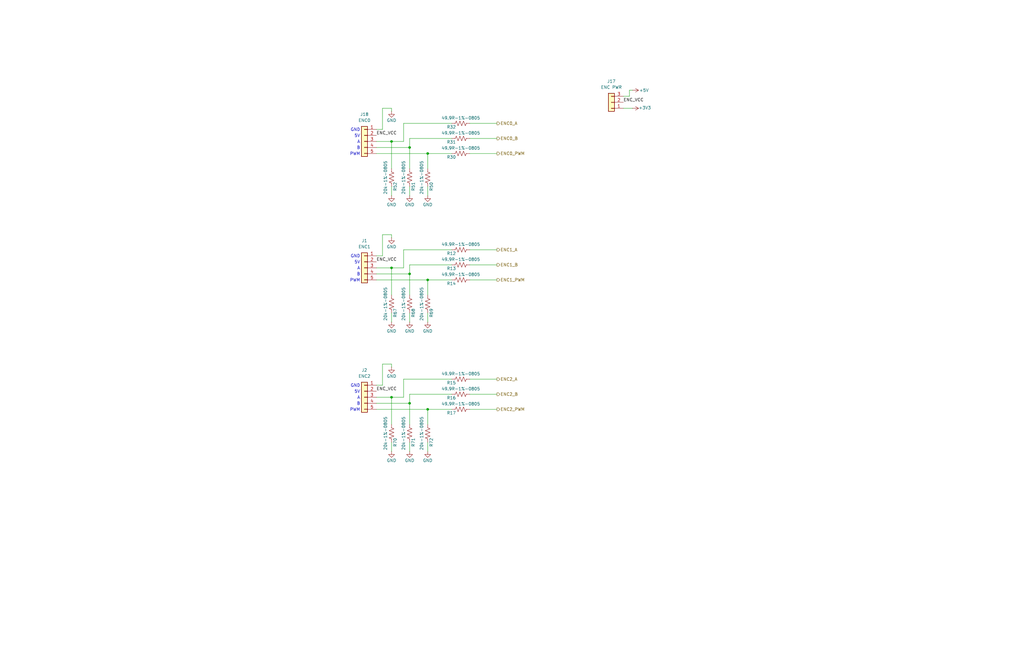
<source format=kicad_sch>
(kicad_sch (version 20250114) (generator "eeschema") (generator_version "9.0")
  (paper "B")
  (title_block (title "Pico Button Board") (date "2025-12-25") (rev "1"))
  (lib_symbols
    (symbol "Connector_Generic:Conn_01x03" (pin_names (offset 1.016) (hide yes))
      (property "Reference" "J" (at 0 5.08 0))
      (property "Value" "Conn_01x03" (at 0 -5.08 0))
      (symbol "Conn_01x03_1_1"
        (rectangle (start -1.27 3.81) (end 1.27 -3.81) (stroke (width 0.254)) (fill (type background)))
        (rectangle (start -1.27 2.667) (end 0 2.413) (stroke (width 0.1524)))
        (rectangle (start -1.27 0.127) (end 0 -0.127) (stroke (width 0.1524)))
        (rectangle (start -1.27 -2.413) (end 0 -2.667) (stroke (width 0.1524)))
        (pin passive line (at -5.08 2.54 0) (length 3.81) (name "Pin_1") (number "1"))
        (pin passive line (at -5.08 0 0) (length 3.81) (name "Pin_2") (number "2"))
        (pin passive line (at -5.08 -2.54 0) (length 3.81) (name "Pin_3") (number "3"))
      )
    )
    (symbol "Connector_Generic:Conn_01x05" (pin_names (offset 1.016) (hide yes))
      (property "Reference" "J" (at 0 7.62 0))
      (property "Value" "Conn_01x05" (at 0 -7.62 0))
      (symbol "Conn_01x05_1_1"
        (rectangle (start -1.27 6.35) (end 1.27 -6.35) (stroke (width 0.254)) (fill (type background)))
        (rectangle (start -1.27 5.207) (end 0 4.953) (stroke (width 0.1524)))
        (rectangle (start -1.27 2.667) (end 0 2.413) (stroke (width 0.1524)))
        (rectangle (start -1.27 0.127) (end 0 -0.127) (stroke (width 0.1524)))
        (rectangle (start -1.27 -2.413) (end 0 -2.667) (stroke (width 0.1524)))
        (rectangle (start -1.27 -4.953) (end 0 -5.207) (stroke (width 0.1524)))
        (pin passive line (at -5.08 5.08 0) (length 3.81) (name "Pin_1") (number "1"))
        (pin passive line (at -5.08 2.54 0) (length 3.81) (name "Pin_2") (number "2"))
        (pin passive line (at -5.08 0 0) (length 3.81) (name "Pin_3") (number "3"))
        (pin passive line (at -5.08 -2.54 0) (length 3.81) (name "Pin_4") (number "4"))
        (pin passive line (at -5.08 -5.08 0) (length 3.81) (name "Pin_5") (number "5"))
      )
    )
    (symbol "Device:R_US" (pin_numbers (hide yes)) (pin_names (offset 0))
      (property "Reference" "R" (at 2.54 0 90))
      (property "Value" "R_US" (at -2.54 0 90))
      (symbol "R_US_0_1"
        (polyline (pts (xy 0 2.286) (xy 0 2.54)))
        (polyline (pts (xy 0 2.286) (xy 1.016 1.905) (xy 0 1.524) (xy -1.016 1.143) (xy 0 0.762)))
        (polyline (pts (xy 0 0.762) (xy 1.016 0.381) (xy 0 0) (xy -1.016 -0.381) (xy 0 -0.762)))
        (polyline (pts (xy 0 -0.762) (xy 1.016 -1.143) (xy 0 -1.524) (xy -1.016 -1.905) (xy 0 -2.286)))
        (polyline (pts (xy 0 -2.286) (xy 0 -2.54)))
      )
      (symbol "R_US_1_1"
        (pin passive line (at 0 3.81 270) (length 1.27) (name "~") (number "1"))
        (pin passive line (at 0 -3.81 90) (length 1.27) (name "~") (number "2"))
      )
    )
    (symbol "power:+3V3" (power) (pin_numbers (hide yes)) (pin_names (offset 0) (hide yes))
      (property "Value" "+3V3" (at 0 3.556 0))
      (symbol "+3V3_0_1"
        (polyline (pts (xy -0.762 1.27) (xy 0 2.54)))
        (polyline (pts (xy 0 2.54) (xy 0.762 1.27)))
        (polyline (pts (xy 0 0) (xy 0 2.54)))
      )
      (symbol "+3V3_1_1"
        (pin power_in line (at 0 0 90) (length 0) (name "~") (number "1"))
      )
    )
    (symbol "power:+5V" (power) (pin_numbers (hide yes)) (pin_names (offset 0) (hide yes))
      (property "Value" "+5V" (at 0 3.556 0))
      (symbol "+5V_0_1"
        (polyline (pts (xy -0.762 1.27) (xy 0 2.54)))
        (polyline (pts (xy 0 2.54) (xy 0.762 1.27)))
        (polyline (pts (xy 0 0) (xy 0 2.54)))
      )
      (symbol "+5V_1_1"
        (pin power_in line (at 0 0 90) (length 0) (name "~") (number "1"))
      )
    )
    (symbol "power:GND" (power) (pin_numbers (hide yes)) (pin_names (offset 0) (hide yes))
      (property "Value" "GND" (at 0 -3.81 0))
      (symbol "GND_0_1"
        (polyline (pts (xy 0 0) (xy 0 -1.27) (xy 1.27 -1.27) (xy 0 -2.54) (xy -1.27 -1.27) (xy 0 -1.27)))
      )
      (symbol "GND_1_1"
        (pin power_in line (at 0 0 270) (length 0) (name "~") (number "1"))
      )
    )
  )
  (text "GND" (at 151.892 54.864 0) (effects (font (size 1.27 1.27)) (justify right)))
  (text "5V" (at 151.892 165.354 0) (effects (font (size 1.27 1.27)) (justify right)))
  (text "A" (at 151.892 167.894 0) (effects (font (size 1.27 1.27)) (justify right)))
  (text "B" (at 151.892 62.484 0) (effects (font (size 1.27 1.27)) (justify right)))
  (text "PWM" (at 151.892 118.364 0) (effects (font (size 1.27 1.27)) (justify right)))
  (text "5V" (at 151.892 57.404 0) (effects (font (size 1.27 1.27)) (justify right)))
  (text "A" (at 151.892 59.944 0) (effects (font (size 1.27 1.27)) (justify right)))
  (text "GND" (at 151.892 108.204 0) (effects (font (size 1.27 1.27)) (justify right)))
  (text "B" (at 151.892 115.824 0) (effects (font (size 1.27 1.27)) (justify right)))
  (text "PWM" (at 151.892 172.974 0) (effects (font (size 1.27 1.27)) (justify right)))
  (text "GND" (at 151.892 162.814 0) (effects (font (size 1.27 1.27)) (justify right)))
  (text "A" (at 151.892 113.284 0) (effects (font (size 1.27 1.27)) (justify right)))
  (text "B" (at 151.892 170.434 0) (effects (font (size 1.27 1.27)) (justify right)))
  (text "PWM" (at 151.892 65.024 0) (effects (font (size 1.27 1.27)) (justify right)))
  (text "5V" (at 151.892 110.744 0) (effects (font (size 1.27 1.27)) (justify right)))
  (junction (at 165.1 59.69))
  (junction (at 180.34 172.72))
  (junction (at 180.34 64.77))
  (junction (at 180.34 118.11))
  (junction (at 172.72 170.18))
  (junction (at 172.72 115.57))
  (junction (at 165.1 113.03))
  (junction (at 165.1 167.64))
  (junction (at 172.72 62.23))
  (wire (pts (xy 158.75 59.69) (xy 165.1 59.69)))
  (wire (pts (xy 158.75 64.77) (xy 180.34 64.77)))
  (wire (pts (xy 158.75 172.72) (xy 180.34 172.72)))
  (wire (pts (xy 172.72 170.18) (xy 172.72 179.07)))
  (wire (pts (xy 165.1 132.08) (xy 165.1 135.89)))
  (wire (pts (xy 161.29 107.95) (xy 161.29 99.06)))
  (wire (pts (xy 172.72 62.23) (xy 172.72 71.12)))
  (wire (pts (xy 158.75 115.57) (xy 172.72 115.57)))
  (wire (pts (xy 198.12 111.76) (xy 209.55 111.76)))
  (wire (pts (xy 170.18 113.03) (xy 170.18 105.41)))
  (wire (pts (xy 180.34 118.11) (xy 180.34 124.46)))
  (wire (pts (xy 172.72 115.57) (xy 172.72 111.76)))
  (wire (pts (xy 172.72 170.18) (xy 172.72 166.37)))
  (wire (pts (xy 198.12 105.41) (xy 209.55 105.41)))
  (wire (pts (xy 161.29 45.72) (xy 165.1 45.72)))
  (wire (pts (xy 198.12 58.42) (xy 209.55 58.42)))
  (wire (pts (xy 266.7 38.1) (xy 265.43 38.1)))
  (wire (pts (xy 165.1 78.74) (xy 165.1 82.55)))
  (wire (pts (xy 165.1 167.64) (xy 165.1 179.07)))
  (wire (pts (xy 198.12 172.72) (xy 209.55 172.72)))
  (wire (pts (xy 198.12 160.02) (xy 209.55 160.02)))
  (wire (pts (xy 158.75 113.03) (xy 165.1 113.03)))
  (wire (pts (xy 158.75 118.11) (xy 180.34 118.11)))
  (wire (pts (xy 198.12 52.07) (xy 209.55 52.07)))
  (wire (pts (xy 165.1 99.06) (xy 165.1 100.33)))
  (wire (pts (xy 170.18 59.69) (xy 170.18 52.07)))
  (wire (pts (xy 265.43 38.1) (xy 265.43 40.64)))
  (wire (pts (xy 172.72 111.76) (xy 190.5 111.76)))
  (wire (pts (xy 165.1 167.64) (xy 170.18 167.64)))
  (wire (pts (xy 158.75 107.95) (xy 161.29 107.95)))
  (wire (pts (xy 170.18 167.64) (xy 170.18 160.02)))
  (wire (pts (xy 161.29 54.61) (xy 161.29 45.72)))
  (wire (pts (xy 180.34 118.11) (xy 190.5 118.11)))
  (wire (pts (xy 172.72 62.23) (xy 172.72 58.42)))
  (wire (pts (xy 172.72 166.37) (xy 190.5 166.37)))
  (wire (pts (xy 165.1 153.67) (xy 165.1 154.94)))
  (wire (pts (xy 180.34 78.74) (xy 180.34 82.55)))
  (wire (pts (xy 170.18 52.07) (xy 190.5 52.07)))
  (wire (pts (xy 165.1 59.69) (xy 165.1 71.12)))
  (wire (pts (xy 165.1 45.72) (xy 165.1 46.99)))
  (wire (pts (xy 172.72 186.69) (xy 172.72 190.5)))
  (wire (pts (xy 172.72 132.08) (xy 172.72 135.89)))
  (wire (pts (xy 158.75 54.61) (xy 161.29 54.61)))
  (wire (pts (xy 158.75 167.64) (xy 165.1 167.64)))
  (wire (pts (xy 170.18 105.41) (xy 190.5 105.41)))
  (wire (pts (xy 266.7 45.72) (xy 262.89 45.72)))
  (wire (pts (xy 198.12 166.37) (xy 209.55 166.37)))
  (wire (pts (xy 165.1 113.03) (xy 165.1 124.46)))
  (wire (pts (xy 180.34 132.08) (xy 180.34 135.89)))
  (wire (pts (xy 265.43 40.64) (xy 262.89 40.64)))
  (wire (pts (xy 172.72 58.42) (xy 190.5 58.42)))
  (wire (pts (xy 198.12 64.77) (xy 209.55 64.77)))
  (wire (pts (xy 165.1 186.69) (xy 165.1 190.5)))
  (wire (pts (xy 180.34 186.69) (xy 180.34 190.5)))
  (wire (pts (xy 165.1 113.03) (xy 170.18 113.03)))
  (wire (pts (xy 198.12 118.11) (xy 209.55 118.11)))
  (wire (pts (xy 180.34 172.72) (xy 190.5 172.72)))
  (wire (pts (xy 161.29 162.56) (xy 161.29 153.67)))
  (wire (pts (xy 180.34 64.77) (xy 190.5 64.77)))
  (wire (pts (xy 158.75 62.23) (xy 172.72 62.23)))
  (wire (pts (xy 172.72 115.57) (xy 172.72 124.46)))
  (wire (pts (xy 172.72 78.74) (xy 172.72 82.55)))
  (wire (pts (xy 161.29 99.06) (xy 165.1 99.06)))
  (wire (pts (xy 161.29 153.67) (xy 165.1 153.67)))
  (wire (pts (xy 180.34 64.77) (xy 180.34 71.12)))
  (wire (pts (xy 158.75 162.56) (xy 161.29 162.56)))
  (wire (pts (xy 158.75 170.18) (xy 172.72 170.18)))
  (wire (pts (xy 170.18 160.02) (xy 190.5 160.02)))
  (wire (pts (xy 180.34 172.72) (xy 180.34 179.07)))
  (wire (pts (xy 165.1 59.69) (xy 170.18 59.69)))
  (label "ENC_VCC" (at 158.75 57.15 0))
  (label "ENC_VCC" (at 158.75 165.1 0))
  (label "ENC_VCC" (at 262.89 43.18 0))
  (label "ENC_VCC" (at 158.75 110.49 0))
  (hierarchical_label "ENC0_A" (shape output) (at 209.55 52.07 0))
  (hierarchical_label "ENC1_PWM" (shape output) (at 209.55 118.11 0))
  (hierarchical_label "ENC2_PWM" (shape output) (at 209.55 172.72 0))
  (hierarchical_label "ENC2_A" (shape output) (at 209.55 160.02 0))
  (hierarchical_label "ENC1_A" (shape output) (at 209.55 105.41 0))
  (hierarchical_label "ENC2_B" (shape output) (at 209.55 166.37 0))
  (hierarchical_label "ENC0_B" (shape output) (at 209.55 58.42 0))
  (hierarchical_label "ENC0_PWM" (shape output) (at 209.55 64.77 0))
  (hierarchical_label "ENC1_B" (shape output) (at 209.55 111.76 0))
  (symbol (lib_id "Connector_Generic:Conn_01x03") (at 257.81 43.18 180) (unit 1) (in_bom no)
    (property "Reference" "J17" (at 257.81 34.29 0))
    (property "Value" "ENC PWR" (at 257.81 36.83 0))
    (property "Footprint" "Connector_PinHeader_2.54mm:PinHeader_1x03_P2.54mm_Vertical" (effects (hide yes)))
    (property "Description" "Generic connector, single row, 01x03, script generated (kicad-library-utils/schlib/autogen/connector/)" (effects (hide yes)))
  )
  (symbol (lib_id "Device:R_US") (at 194.31 52.07 270) (unit 1)
    (property "Reference" "R32" (at 192.278 53.594 90) (effects (justify right)))
    (property "Value" "49.9R-1%-0805" (at 194.31 49.784 90))
    (property "Footprint" "Resistor_SMD:R_0805_2012Metric_Pad1.20x1.40mm_HandSolder" (effects (hide yes)))
    (property "Description" "Resistor, US symbol" (effects (hide yes)))
    (property "MFG" "Stackpole" (effects (hide yes)))
    (property "MFG P/N" "RMCF0805FT49R9" (effects (hide yes)))
    (property "DIST" "Digikey" (effects (hide yes)))
    (property "DIST P/N" "RMCF0805FT49R9CT-ND" (effects (hide yes)))
  )
  (symbol (lib_id "Device:R_US") (at 165.1 128.27 180) (unit 1)
    (property "Reference" "R67" (at 166.624 132.08 90))
    (property "Value" "20k-1%-0805" (at 162.56 128.27 90))
    (property "Footprint" "Resistor_SMD:R_0805_2012Metric_Pad1.20x1.40mm_HandSolder" (effects (hide yes)))
    (property "Description" "Resistor, US symbol" (effects (hide yes)))
    (property "MFG" "Panasonic" (effects (hide yes)))
    (property "MFG P/N" "ERJ-6ENF2002V" (effects (hide yes)))
    (property "DIST" "Digikey" (effects (hide yes)))
    (property "DIST P/N" "P20.0KCCT-ND" (effects (hide yes)))
  )
  (symbol (lib_id "power:GND") (at 165.1 154.94 0) (unit 1)
    (property "Reference" "#PWR0612" (effects (hide yes)))
    (property "Value" "GND" (at 165.1 158.75 0))
    (property "Description" "Power symbol creates a global label with name \"GND\" , ground" (effects (hide yes)))
  )
  (symbol (lib_id "Device:R_US") (at 180.34 128.27 180) (unit 1)
    (property "Reference" "R69" (at 181.864 132.08 90))
    (property "Value" "20k-1%-0805" (at 177.8 128.27 90))
    (property "Footprint" "Resistor_SMD:R_0805_2012Metric_Pad1.20x1.40mm_HandSolder" (effects (hide yes)))
    (property "Description" "Resistor, US symbol" (effects (hide yes)))
    (property "MFG" "Panasonic" (effects (hide yes)))
    (property "MFG P/N" "ERJ-6ENF2002V" (effects (hide yes)))
    (property "DIST" "Digikey" (effects (hide yes)))
    (property "DIST P/N" "P20.0KCCT-ND" (effects (hide yes)))
  )
  (symbol (lib_id "Connector_Generic:Conn_01x05") (at 153.67 59.69 0) (mirror y) (unit 1)
    (property "Reference" "J18" (at 153.67 48.26 0))
    (property "Value" "ENC0" (at 153.67 50.8 0))
    (property "Footprint" "Pico-ButtonBoard:Molex-70543-0039" (effects (hide yes)))
    (property "Datasheet" "Components/Molex-705430001_sd.pdf" (effects (hide yes)))
    (property "Description" "Connector Header Through Hole 5 position 0.100\" (2.54mm)" (effects (hide yes)))
    (property "MFG" "Molex" (effects (hide yes)))
    (property "MFG P/N" "0705430039" (effects (hide yes)))
    (property "DIST" "Digikey" (effects (hide yes)))
    (property "DIST P/N" "WM4827-ND" (effects (hide yes)))
  )
  (symbol (lib_id "power:+3V3") (at 266.7 45.72 270) (unit 1)
    (property "Reference" "#PWR0617" (effects (hide yes)))
    (property "Value" "+3V3" (at 269.24 45.466 90) (effects (justify left)))
    (property "Description" "Power symbol creates a global label with name \"+3V3\"" (effects (hide yes)))
  )
  (symbol (lib_id "Connector_Generic:Conn_01x05") (at 153.67 113.03 0) (mirror y) (unit 1)
    (property "Reference" "J1" (at 153.67 101.6 0))
    (property "Value" "ENC1" (at 153.67 104.14 0))
    (property "Footprint" "Pico-ButtonBoard:Molex-70543-0039" (effects (hide yes)))
    (property "Datasheet" "Components/Molex-705430001_sd.pdf" (effects (hide yes)))
    (property "Description" "Connector Header Through Hole 5 position 0.100\" (2.54mm)" (effects (hide yes)))
    (property "MFG" "Molex" (effects (hide yes)))
    (property "MFG P/N" "0705430039" (effects (hide yes)))
    (property "DIST" "Digikey" (effects (hide yes)))
    (property "DIST P/N" "WM4827-ND" (effects (hide yes)))
  )
  (symbol (lib_id "power:GND") (at 165.1 135.89 0) (unit 1)
    (property "Reference" "#PWR0608" (effects (hide yes)))
    (property "Value" "GND" (at 165.1 139.7 0))
    (property "Description" "Power symbol creates a global label with name \"GND\" , ground" (effects (hide yes)))
  )
  (symbol (lib_id "Device:R_US") (at 194.31 160.02 270) (unit 1)
    (property "Reference" "R15" (at 192.278 161.544 90) (effects (justify right)))
    (property "Value" "49.9R-1%-0805" (at 194.31 157.734 90))
    (property "Footprint" "Resistor_SMD:R_0805_2012Metric_Pad1.20x1.40mm_HandSolder" (effects (hide yes)))
    (property "Description" "Resistor, US symbol" (effects (hide yes)))
    (property "MFG" "Stackpole" (effects (hide yes)))
    (property "MFG P/N" "RMCF0805FT49R9" (effects (hide yes)))
    (property "DIST" "Digikey" (effects (hide yes)))
    (property "DIST P/N" "RMCF0805FT49R9CT-ND" (effects (hide yes)))
  )
  (symbol (lib_id "power:GND") (at 180.34 82.55 0) (unit 1)
    (property "Reference" "#PWR0605" (effects (hide yes)))
    (property "Value" "GND" (at 180.34 86.36 0))
    (property "Description" "Power symbol creates a global label with name \"GND\" , ground" (effects (hide yes)))
  )
  (symbol (lib_id "Device:R_US") (at 194.31 64.77 270) (unit 1)
    (property "Reference" "R30" (at 192.278 66.294 90) (effects (justify right)))
    (property "Value" "49.9R-1%-0805" (at 194.31 62.484 90))
    (property "Footprint" "Resistor_SMD:R_0805_2012Metric_Pad1.20x1.40mm_HandSolder" (effects (hide yes)))
    (property "Description" "Resistor, US symbol" (effects (hide yes)))
    (property "MFG" "Stackpole" (effects (hide yes)))
    (property "MFG P/N" "RMCF0805FT49R9" (effects (hide yes)))
    (property "DIST" "Digikey" (effects (hide yes)))
    (property "DIST P/N" "RMCF0805FT49R9CT-ND" (effects (hide yes)))
  )
  (symbol (lib_id "Device:R_US") (at 194.31 172.72 270) (unit 1)
    (property "Reference" "R17" (at 192.278 174.244 90) (effects (justify right)))
    (property "Value" "49.9R-1%-0805" (at 194.31 170.434 90))
    (property "Footprint" "Resistor_SMD:R_0805_2012Metric_Pad1.20x1.40mm_HandSolder" (effects (hide yes)))
    (property "Description" "Resistor, US symbol" (effects (hide yes)))
    (property "MFG" "Stackpole" (effects (hide yes)))
    (property "MFG P/N" "RMCF0805FT49R9" (effects (hide yes)))
    (property "DIST" "Digikey" (effects (hide yes)))
    (property "DIST P/N" "RMCF0805FT49R9CT-ND" (effects (hide yes)))
  )
  (symbol (lib_id "power:GND") (at 180.34 190.5 0) (unit 1)
    (property "Reference" "#PWR0615" (effects (hide yes)))
    (property "Value" "GND" (at 180.34 194.31 0))
    (property "Description" "Power symbol creates a global label with name \"GND\" , ground" (effects (hide yes)))
  )
  (symbol (lib_id "Connector_Generic:Conn_01x05") (at 153.67 167.64 0) (mirror y) (unit 1)
    (property "Reference" "J2" (at 153.67 156.21 0))
    (property "Value" "ENC2" (at 153.67 158.75 0))
    (property "Footprint" "Pico-ButtonBoard:Molex-70543-0039" (effects (hide yes)))
    (property "Datasheet" "Components/Molex-705430001_sd.pdf" (effects (hide yes)))
    (property "Description" "Connector Header Through Hole 5 position 0.100\" (2.54mm)" (effects (hide yes)))
    (property "MFG" "Molex" (effects (hide yes)))
    (property "MFG P/N" "0705430039" (effects (hide yes)))
    (property "DIST" "Digikey" (effects (hide yes)))
    (property "DIST P/N" "WM4827-ND" (effects (hide yes)))
  )
  (symbol (lib_id "Device:R_US") (at 172.72 182.88 180) (unit 1)
    (property "Reference" "R71" (at 174.244 186.69 90))
    (property "Value" "20k-1%-0805" (at 170.18 182.88 90))
    (property "Footprint" "Resistor_SMD:R_0805_2012Metric_Pad1.20x1.40mm_HandSolder" (effects (hide yes)))
    (property "Description" "Resistor, US symbol" (effects (hide yes)))
    (property "MFG" "Panasonic" (effects (hide yes)))
    (property "MFG P/N" "ERJ-6ENF2002V" (effects (hide yes)))
    (property "DIST" "Digikey" (effects (hide yes)))
    (property "DIST P/N" "P20.0KCCT-ND" (effects (hide yes)))
  )
  (symbol (lib_id "Device:R_US") (at 194.31 118.11 270) (unit 1)
    (property "Reference" "R14" (at 192.278 119.634 90) (effects (justify right)))
    (property "Value" "49.9R-1%-0805" (at 194.31 115.824 90))
    (property "Footprint" "Resistor_SMD:R_0805_2012Metric_Pad1.20x1.40mm_HandSolder" (effects (hide yes)))
    (property "Description" "Resistor, US symbol" (effects (hide yes)))
    (property "MFG" "Stackpole" (effects (hide yes)))
    (property "MFG P/N" "RMCF0805FT49R9" (effects (hide yes)))
    (property "DIST" "Digikey" (effects (hide yes)))
    (property "DIST P/N" "RMCF0805FT49R9CT-ND" (effects (hide yes)))
  )
  (symbol (lib_id "power:GND") (at 172.72 190.5 0) (unit 1)
    (property "Reference" "#PWR0614" (effects (hide yes)))
    (property "Value" "GND" (at 172.72 194.31 0))
    (property "Description" "Power symbol creates a global label with name \"GND\" , ground" (effects (hide yes)))
  )
  (symbol (lib_id "Device:R_US") (at 194.31 111.76 270) (unit 1)
    (property "Reference" "R13" (at 192.278 113.284 90) (effects (justify right)))
    (property "Value" "49.9R-1%-0805" (at 194.31 109.474 90))
    (property "Footprint" "Resistor_SMD:R_0805_2012Metric_Pad1.20x1.40mm_HandSolder" (effects (hide yes)))
    (property "Description" "Resistor, US symbol" (effects (hide yes)))
    (property "MFG" "Stackpole" (effects (hide yes)))
    (property "MFG P/N" "RMCF0805FT49R9" (effects (hide yes)))
    (property "DIST" "Digikey" (effects (hide yes)))
    (property "DIST P/N" "RMCF0805FT49R9CT-ND" (effects (hide yes)))
  )
  (symbol (lib_id "Device:R_US") (at 194.31 58.42 270) (unit 1)
    (property "Reference" "R31" (at 192.278 59.944 90) (effects (justify right)))
    (property "Value" "49.9R-1%-0805" (at 194.31 56.134 90))
    (property "Footprint" "Resistor_SMD:R_0805_2012Metric_Pad1.20x1.40mm_HandSolder" (effects (hide yes)))
    (property "Description" "Resistor, US symbol" (effects (hide yes)))
    (property "MFG" "Stackpole" (effects (hide yes)))
    (property "MFG P/N" "RMCF0805FT49R9" (effects (hide yes)))
    (property "DIST" "Digikey" (effects (hide yes)))
    (property "DIST P/N" "RMCF0805FT49R9CT-ND" (effects (hide yes)))
  )
  (symbol (lib_id "Device:R_US") (at 194.31 166.37 270) (unit 1)
    (property "Reference" "R16" (at 192.278 167.894 90) (effects (justify right)))
    (property "Value" "49.9R-1%-0805" (at 194.31 164.084 90))
    (property "Footprint" "Resistor_SMD:R_0805_2012Metric_Pad1.20x1.40mm_HandSolder" (effects (hide yes)))
    (property "Description" "Resistor, US symbol" (effects (hide yes)))
    (property "MFG" "Stackpole" (effects (hide yes)))
    (property "MFG P/N" "RMCF0805FT49R9" (effects (hide yes)))
    (property "DIST" "Digikey" (effects (hide yes)))
    (property "DIST P/N" "RMCF0805FT49R9CT-ND" (effects (hide yes)))
  )
  (symbol (lib_id "power:GND") (at 180.34 135.89 0) (unit 1)
    (property "Reference" "#PWR0610" (effects (hide yes)))
    (property "Value" "GND" (at 180.34 139.7 0))
    (property "Description" "Power symbol creates a global label with name \"GND\" , ground" (effects (hide yes)))
  )
  (symbol (lib_id "Device:R_US") (at 172.72 128.27 180) (unit 1)
    (property "Reference" "R68" (at 174.244 132.08 90))
    (property "Value" "20k-1%-0805" (at 170.18 128.27 90))
    (property "Footprint" "Resistor_SMD:R_0805_2012Metric_Pad1.20x1.40mm_HandSolder" (effects (hide yes)))
    (property "Description" "Resistor, US symbol" (effects (hide yes)))
    (property "MFG" "Panasonic" (effects (hide yes)))
    (property "MFG P/N" "ERJ-6ENF2002V" (effects (hide yes)))
    (property "DIST" "Digikey" (effects (hide yes)))
    (property "DIST P/N" "P20.0KCCT-ND" (effects (hide yes)))
  )
  (symbol (lib_id "power:+5V") (at 266.7 38.1 270) (mirror x) (unit 1)
    (property "Reference" "#PWR0616" (effects (hide yes)))
    (property "Value" "+5V" (at 269.494 38.1 90) (effects (justify left)))
    (property "Description" "Power symbol creates a global label with name \"+5V\"" (effects (hide yes)))
  )
  (symbol (lib_id "power:GND") (at 172.72 135.89 0) (unit 1)
    (property "Reference" "#PWR0609" (effects (hide yes)))
    (property "Value" "GND" (at 172.72 139.7 0))
    (property "Description" "Power symbol creates a global label with name \"GND\" , ground" (effects (hide yes)))
  )
  (symbol (lib_id "Device:R_US") (at 194.31 105.41 270) (unit 1)
    (property "Reference" "R12" (at 192.278 106.934 90) (effects (justify right)))
    (property "Value" "49.9R-1%-0805" (at 194.31 103.124 90))
    (property "Footprint" "Resistor_SMD:R_0805_2012Metric_Pad1.20x1.40mm_HandSolder" (effects (hide yes)))
    (property "Description" "Resistor, US symbol" (effects (hide yes)))
    (property "MFG" "Stackpole" (effects (hide yes)))
    (property "MFG P/N" "RMCF0805FT49R9" (effects (hide yes)))
    (property "DIST" "Digikey" (effects (hide yes)))
    (property "DIST P/N" "RMCF0805FT49R9CT-ND" (effects (hide yes)))
  )
  (symbol (lib_id "power:GND") (at 165.1 100.33 0) (unit 1)
    (property "Reference" "#PWR0607" (effects (hide yes)))
    (property "Value" "GND" (at 165.1 104.14 0))
    (property "Description" "Power symbol creates a global label with name \"GND\" , ground" (effects (hide yes)))
  )
  (symbol (lib_id "power:GND") (at 165.1 46.99 0) (unit 1)
    (property "Reference" "#PWR0601" (effects (hide yes)))
    (property "Value" "GND" (at 165.1 50.8 0))
    (property "Description" "Power symbol creates a global label with name \"GND\" , ground" (effects (hide yes)))
  )
  (symbol (lib_id "Device:R_US") (at 180.34 182.88 180) (unit 1)
    (property "Reference" "R72" (at 181.864 186.69 90))
    (property "Value" "20k-1%-0805" (at 177.8 182.88 90))
    (property "Footprint" "Resistor_SMD:R_0805_2012Metric_Pad1.20x1.40mm_HandSolder" (effects (hide yes)))
    (property "Description" "Resistor, US symbol" (effects (hide yes)))
    (property "MFG" "Panasonic" (effects (hide yes)))
    (property "MFG P/N" "ERJ-6ENF2002V" (effects (hide yes)))
    (property "DIST" "Digikey" (effects (hide yes)))
    (property "DIST P/N" "P20.0KCCT-ND" (effects (hide yes)))
  )
  (symbol (lib_id "Device:R_US") (at 165.1 182.88 180) (unit 1)
    (property "Reference" "R70" (at 166.624 186.69 90))
    (property "Value" "20k-1%-0805" (at 162.56 182.88 90))
    (property "Footprint" "Resistor_SMD:R_0805_2012Metric_Pad1.20x1.40mm_HandSolder" (effects (hide yes)))
    (property "Description" "Resistor, US symbol" (effects (hide yes)))
    (property "MFG" "Panasonic" (effects (hide yes)))
    (property "MFG P/N" "ERJ-6ENF2002V" (effects (hide yes)))
    (property "DIST" "Digikey" (effects (hide yes)))
    (property "DIST P/N" "P20.0KCCT-ND" (effects (hide yes)))
  )
  (symbol (lib_id "Device:R_US") (at 180.34 74.93 180) (unit 1)
    (property "Reference" "R50" (at 181.864 78.74 90))
    (property "Value" "20k-1%-0805" (at 177.8 74.93 90))
    (property "Footprint" "Resistor_SMD:R_0805_2012Metric_Pad1.20x1.40mm_HandSolder" (effects (hide yes)))
    (property "Description" "Resistor, US symbol" (effects (hide yes)))
    (property "MFG" "Panasonic" (effects (hide yes)))
    (property "MFG P/N" "ERJ-6ENF2002V" (effects (hide yes)))
    (property "DIST" "Digikey" (effects (hide yes)))
    (property "DIST P/N" "P20.0KCCT-ND" (effects (hide yes)))
  )
  (symbol (lib_id "Device:R_US") (at 165.1 74.93 180) (unit 1)
    (property "Reference" "R52" (at 166.624 78.74 90))
    (property "Value" "20k-1%-0805" (at 162.56 74.93 90))
    (property "Footprint" "Resistor_SMD:R_0805_2012Metric_Pad1.20x1.40mm_HandSolder" (effects (hide yes)))
    (property "Description" "Resistor, US symbol" (effects (hide yes)))
    (property "MFG" "Panasonic" (effects (hide yes)))
    (property "MFG P/N" "ERJ-6ENF2002V" (effects (hide yes)))
    (property "DIST" "Digikey" (effects (hide yes)))
    (property "DIST P/N" "P20.0KCCT-ND" (effects (hide yes)))
  )
  (symbol (lib_id "power:GND") (at 172.72 82.55 0) (unit 1)
    (property "Reference" "#PWR0604" (effects (hide yes)))
    (property "Value" "GND" (at 172.72 86.36 0))
    (property "Description" "Power symbol creates a global label with name \"GND\" , ground" (effects (hide yes)))
  )
  (symbol (lib_id "power:GND") (at 165.1 82.55 0) (unit 1)
    (property "Reference" "#PWR0603" (effects (hide yes)))
    (property "Value" "GND" (at 165.1 86.36 0))
    (property "Description" "Power symbol creates a global label with name \"GND\" , ground" (effects (hide yes)))
  )
  (symbol (lib_id "power:GND") (at 165.1 190.5 0) (unit 1)
    (property "Reference" "#PWR0613" (effects (hide yes)))
    (property "Value" "GND" (at 165.1 194.31 0))
    (property "Description" "Power symbol creates a global label with name \"GND\" , ground" (effects (hide yes)))
  )
  (symbol (lib_id "Device:R_US") (at 172.72 74.93 180) (unit 1)
    (property "Reference" "R51" (at 174.244 78.74 90))
    (property "Value" "20k-1%-0805" (at 170.18 74.93 90))
    (property "Footprint" "Resistor_SMD:R_0805_2012Metric_Pad1.20x1.40mm_HandSolder" (effects (hide yes)))
    (property "Description" "Resistor, US symbol" (effects (hide yes)))
    (property "MFG" "Panasonic" (effects (hide yes)))
    (property "MFG P/N" "ERJ-6ENF2002V" (effects (hide yes)))
    (property "DIST" "Digikey" (effects (hide yes)))
    (property "DIST P/N" "P20.0KCCT-ND" (effects (hide yes)))
  )
)
</source>
